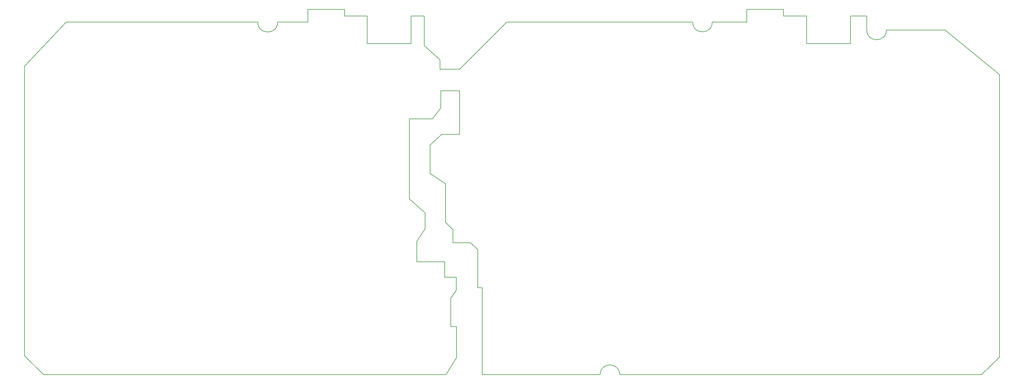
<source format=gbr>
G04 #@! TF.FileFunction,Profile,NP*
%FSLAX46Y46*%
G04 Gerber Fmt 4.6, Leading zero omitted, Abs format (unit mm)*
G04 Created by KiCad (PCBNEW 4.0.1-stable) date 2/8/2016 10:38:53 PM*
%MOMM*%
G01*
G04 APERTURE LIST*
%ADD10C,0.150000*%
%ADD11C,0.127000*%
G04 APERTURE END LIST*
D10*
D11*
X184429400Y-77406500D02*
X184429400Y-74510900D01*
X184670700Y-83997800D02*
X190398400Y-83997800D01*
X184429400Y-77406500D02*
X190398400Y-77406500D01*
X177279300Y-130225800D02*
X179857400Y-126403100D01*
X177279300Y-136486900D02*
X177279300Y-130225800D01*
X185889900Y-141262100D02*
X185889900Y-136486900D01*
X175539400Y-61074300D02*
X179578000Y-61074300D01*
X175539400Y-69557900D02*
X175539400Y-61074300D01*
X162077400Y-69557900D02*
X175539400Y-69557900D01*
X162077400Y-61074300D02*
X162077400Y-69557900D01*
X179578000Y-70104000D02*
X179578000Y-61074300D01*
X155092400Y-61074300D02*
X162077400Y-61074300D01*
X155092400Y-59029600D02*
X155092400Y-61074300D01*
X143865600Y-59029600D02*
X155092400Y-59029600D01*
X143865600Y-62941200D02*
X143865600Y-59029600D01*
X143865600Y-62953900D02*
X134594600Y-62953900D01*
X128498600Y-62953900D02*
G75*
G03X134594600Y-62953900I3048000J0D01*
G01*
X179857400Y-121500900D02*
X175031400Y-117182900D01*
X189509400Y-156425900D02*
X189509400Y-165912800D01*
X187731400Y-156425900D02*
X189509400Y-156425900D01*
X187731400Y-147802600D02*
X187731400Y-156425900D01*
X186258200Y-171157900D02*
X189509400Y-165912800D01*
X62788800Y-171157900D02*
X186258200Y-171157900D01*
X56921400Y-165366700D02*
X62788800Y-171157900D01*
X184429400Y-74510900D02*
X179578000Y-70104000D01*
X69723000Y-62953900D02*
X128498600Y-62953900D01*
X56921400Y-76466700D02*
X56921400Y-165366700D01*
X56921400Y-76466700D02*
X69723000Y-62953900D01*
X189382400Y-145249900D02*
X187731400Y-147802600D01*
X189382400Y-141262100D02*
X189382400Y-145249900D01*
X185889900Y-141262100D02*
X189382400Y-141262100D01*
X177279300Y-136486900D02*
X185889900Y-136486900D01*
X179857400Y-121500900D02*
X179857400Y-126403100D01*
X175031400Y-92671900D02*
X175031400Y-117182900D01*
X182143400Y-92671900D02*
X175031400Y-92671900D01*
X184670700Y-89242900D02*
X182143400Y-92671900D01*
X184670700Y-83997800D02*
X184670700Y-89242900D01*
X310388000Y-61074300D02*
X315417200Y-61074300D01*
X310388000Y-69570600D02*
X310388000Y-61074300D01*
X296926000Y-69570600D02*
X310388000Y-69570600D01*
X296926000Y-61087000D02*
X296926000Y-69570600D01*
X278574500Y-62953900D02*
X278574500Y-59029600D01*
X267970000Y-62953900D02*
X278574500Y-62953900D01*
X315417200Y-61074300D02*
X315417200Y-65379600D01*
X356133400Y-165798500D02*
X350596200Y-171157900D01*
X233565700Y-171157900D02*
X197345300Y-171157900D01*
X239560100Y-171157901D02*
G75*
G03X233565700Y-171157900I-2997200J-12699D01*
G01*
X296926000Y-61087000D02*
X289801800Y-61087000D01*
X315417200Y-65379600D02*
G75*
G03X321411600Y-65379600I2997200J0D01*
G01*
X278575000Y-59029600D02*
X289801800Y-59029600D01*
X261975600Y-62953900D02*
G75*
G03X267970000Y-62953900I2997200J0D01*
G01*
X339420200Y-65366900D02*
X321411600Y-65379600D01*
X356133400Y-79032100D02*
X339420200Y-65366900D01*
X356133400Y-165798500D02*
X356133400Y-79032100D01*
X239560100Y-171157900D02*
X350596200Y-171157900D01*
X197345300Y-144487900D02*
X197345300Y-171157900D01*
X195986400Y-144487900D02*
X197345300Y-144487900D01*
X195986400Y-132803900D02*
X195986400Y-144487900D01*
X193827400Y-130644900D02*
X195986400Y-132803900D01*
X188366400Y-130644900D02*
X193827400Y-130644900D01*
X188366400Y-126707900D02*
X188366400Y-130644900D01*
X186080400Y-124421900D02*
X188366400Y-126707900D01*
X186080400Y-112534700D02*
X186080400Y-124421900D01*
X181381400Y-109435900D02*
X186080400Y-112534700D01*
X181381400Y-100672900D02*
X181381400Y-109435900D01*
X184937400Y-97370900D02*
X181381400Y-100672900D01*
X190398400Y-97370900D02*
X184937400Y-97370900D01*
X190398400Y-83997800D02*
X190398400Y-97370900D01*
X204876400Y-62953900D02*
X190398400Y-77406500D01*
X289801300Y-61087000D02*
X289801300Y-59029600D01*
X204876400Y-62953900D02*
X261975600Y-62953900D01*
M02*

</source>
